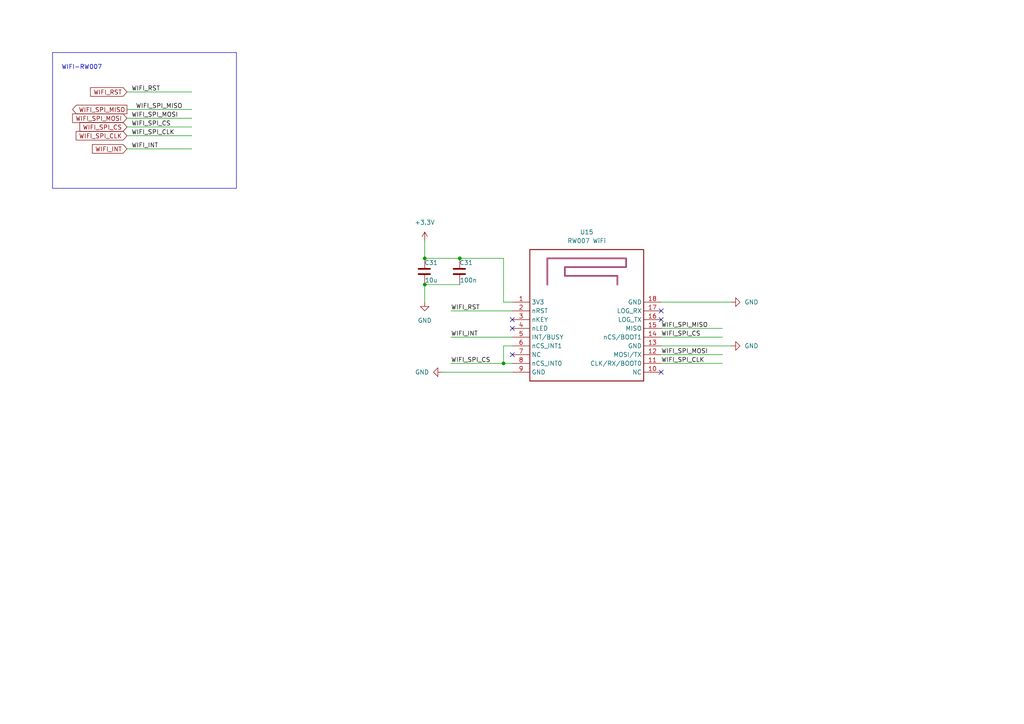
<source format=kicad_sch>
(kicad_sch (version 20230121) (generator eeschema)
  (paper "A4")
  (lib_symbols
    (symbol "RA8:10.ethernet_&_rw007-wifi_0_rw007_wifi"
      (property "Reference" "U12" (at 5.08 0 0))
      (property "Value" "RW007 WiFi" (at 5.08 -40.64 0))
      (symbol "10.ethernet_&_rw007-wifi_0_rw007_wifi_1_0"
        (polyline (pts (xy 10.16 -2.54) (xy 10.16 -10.16)) (stroke (width 0.508) (color 166 77 121 1)))
        (polyline (pts (xy 10.16 -2.54) (xy 33.02 -2.54) (xy 33.02 -5.08) (xy 15.24 -5.08) (xy 15.24 -7.62) (xy 30.48 -7.62) (xy 30.48 -10.16)) (stroke (width 0.508) (color 166 77 121 1)))
        (rectangle (start 38.1 0) (end 5.08 -38.1) (stroke (width 0.254)))
        (pin power_in line (at 0 -15.24 0) (length 5.08) (name "3V3") (number "1"))
        (pin passive line (at 43.18 -35.56 180) (length 5.08) (name "NC") (number "10"))
        (pin passive line (at 43.18 -33.02 180) (length 5.08) (name "CLK/RX/BOOT0") (number "11"))
        (pin passive line (at 43.18 -30.48 180) (length 5.08) (name "MOSI/TX") (number "12"))
        (pin passive line (at 43.18 -27.94 180) (length 5.08) (name "GND") (number "13"))
        (pin passive line (at 43.18 -25.4 180) (length 5.08) (name "nCS/BOOT1") (number "14"))
        (pin passive line (at 43.18 -22.86 180) (length 5.08) (name "MISO") (number "15"))
        (pin passive line (at 43.18 -20.32 180) (length 5.08) (name "LOG_TX") (number "16"))
        (pin passive line (at 43.18 -17.78 180) (length 5.08) (name "LOG_RX") (number "17"))
        (pin passive line (at 43.18 -15.24 180) (length 5.08) (name "GND") (number "18"))
        (pin input line (at 0 -17.78 0) (length 5.08) (name "nRST") (number "2"))
        (pin bidirectional line (at 0 -20.32 0) (length 5.08) (name "nKEY") (number "3"))
        (pin bidirectional line (at 0 -22.86 0) (length 5.08) (name "nLED") (number "4"))
        (pin passive line (at 0 -25.4 0) (length 5.08) (name "INT/BUSY") (number "5"))
        (pin passive line (at 0 -27.94 0) (length 5.08) (name "nCS_INT1") (number "6"))
        (pin passive line (at 0 -30.48 0) (length 5.08) (name "NC") (number "7"))
        (pin passive line (at 0 -33.02 0) (length 5.08) (name "nCS_INT0") (number "8"))
        (pin passive line (at 0 -35.56 0) (length 5.08) (name "GND") (number "9"))
      )
    )
    (symbol "RA8:Cap_2" (pin_numbers hide) (pin_names hide)
      (property "Reference" "C10" (at 2.54 -1.27 90))
      (property "Value" "10u" (at 1.2699 2.54 90))
      (symbol "Cap_2_0_1"
        (polyline (pts (xy -0.762 -1.778) (xy -0.762 1.524)) (stroke (width 0.5)))
        (polyline (pts (xy 0.762 -1.778) (xy 0.762 1.524)) (stroke (width 0.5)))
      )
      (symbol "Cap_2_1_1"
        (pin passive line (at -3.81 0 0) (length 2.8) (name "~") (number "1"))
        (pin passive line (at 3.81 0 180) (length 2.8) (name "~") (number "2"))
      )
    )
    (symbol "power:+3.3V" (power) (pin_names (offset 0))
      (property "Value" "+3.3V" (at 0 3.556 0))
      (symbol "+3.3V_0_1"
        (polyline (pts (xy -0.762 1.27) (xy 0 2.54)))
        (polyline (pts (xy 0 0) (xy 0 2.54)))
        (polyline (pts (xy 0 2.54) (xy 0.762 1.27)))
      )
      (symbol "+3.3V_1_1"
        (pin power_in line (at 0 0 90) (length 0) hide (name "+3.3V") (number "1"))
      )
    )
    (symbol "power:GND" (power) (pin_names (offset 0))
      (property "Value" "GND" (at 0 -3.81 0))
      (symbol "GND_0_1"
        (polyline (pts (xy 0 0) (xy 0 -1.27) (xy 1.27 -1.27) (xy 0 -2.54) (xy -1.27 -1.27) (xy 0 -1.27)))
      )
      (symbol "GND_1_1"
        (pin power_in line (at 0 0 270) (length 0) hide (name "GND") (number "1"))
      )
    )
  )
  (junction (at 123.19 82.55))
  (junction (at 146.05 105.41))
  (junction (at 123.19 74.93))
  (junction (at 133.35 74.93))
  (no_connect (at 191.77 90.17))
  (no_connect (at 148.59 95.25))
  (no_connect (at 148.59 102.87))
  (no_connect (at 148.59 92.71))
  (no_connect (at 191.77 92.71))
  (no_connect (at 191.77 107.95))
  (wire (pts (xy 191.77 95.25) (xy 209.55 95.25)))
  (wire (pts (xy 133.35 74.93) (xy 146.05 74.93)))
  (wire (pts (xy 148.59 107.95) (xy 128.27 107.95)))
  (wire (pts (xy 36.83 31.75) (xy 55.626 31.75)))
  (wire (pts (xy 146.05 105.41) (xy 130.81 105.41)))
  (wire (pts (xy 123.19 69.85) (xy 123.19 74.93)))
  (wire (pts (xy 148.59 90.17) (xy 130.81 90.17)))
  (wire (pts (xy 123.19 87.63) (xy 123.19 82.55)))
  (wire (pts (xy 148.59 97.79) (xy 130.81 97.79)))
  (wire (pts (xy 191.77 87.63) (xy 212.09 87.63)))
  (wire (pts (xy 148.59 105.41) (xy 146.05 105.41)))
  (wire (pts (xy 148.59 100.33) (xy 146.05 100.33)))
  (wire (pts (xy 133.35 82.55) (xy 123.19 82.55)))
  (wire (pts (xy 123.19 74.93) (xy 133.35 74.93)))
  (wire (pts (xy 146.05 87.63) (xy 148.59 87.63)))
  (wire (pts (xy 191.77 100.33) (xy 212.09 100.33)))
  (wire (pts (xy 191.77 105.41) (xy 209.55 105.41)))
  (wire (pts (xy 36.83 43.18) (xy 55.626 43.18)))
  (wire (pts (xy 146.05 100.33) (xy 146.05 105.41)))
  (wire (pts (xy 36.83 39.37) (xy 55.626 39.37)))
  (wire (pts (xy 191.77 97.79) (xy 209.55 97.79)))
  (wire (pts (xy 146.05 74.93) (xy 146.05 87.63)))
  (wire (pts (xy 36.83 36.83) (xy 55.626 36.83)))
  (wire (pts (xy 36.83 34.29) (xy 55.626 34.29)))
  (wire (pts (xy 36.83 26.67) (xy 55.626 26.67)))
  (wire (pts (xy 191.77 102.87) (xy 209.55 102.87)))
  (rectangle (start 15.24 15.24) (end 68.58 54.61))
  (text "WIFI-RW007\n" (at 17.78 20.32 0) (effects (font (size 1.27 1.27)) (justify left bottom)))
  (label "WIFI_SPI_MISO" (at 39.37 31.75 0))
  (label "WIFI_RST" (at 130.81 90.17 0))
  (label "WIFI_SPI_CS" (at 130.81 105.41 0))
  (label "WIFI_RST" (at 38.1 26.67 0))
  (label "WIFI_SPI_CS" (at 38.1 36.83 0))
  (label "WIFI_SPI_MISO" (at 191.77 95.25 0))
  (label "WIFI_SPI_CLK" (at 38.1 39.37 0))
  (label "WIFI_INT" (at 130.81 97.79 0))
  (label "WIFI_SPI_CS" (at 191.77 97.79 0))
  (label "WIFI_SPI_MOSI" (at 191.77 102.87 0))
  (label "WIFI_SPI_MOSI" (at 38.1 34.29 0))
  (label "WIFI_SPI_CLK" (at 191.77 105.41 0))
  (label "WIFI_INT" (at 38.1 43.18 0))
  (global_label "WIFI_INT" (shape input) (at 36.83 43.18 180) (property "Intersheetrefs" "${INTERSHEET_REFS}" (effects hide)))
  (global_label "WIFI_SPI_MOSI" (shape input) (at 36.83 34.29 180) (property "Intersheetrefs" "${INTERSHEET_REFS}" (effects hide)))
  (global_label "WIFI_SPI_CS" (shape input) (at 36.83 36.83 180) (property "Intersheetrefs" "${INTERSHEET_REFS}" (effects hide)))
  (global_label "WIFI_SPI_CLK" (shape input) (at 36.83 39.37 180) (property "Intersheetrefs" "${INTERSHEET_REFS}" (effects hide)))
  (global_label "WIFI_RST" (shape input) (at 36.83 26.67 180) (property "Intersheetrefs" "${INTERSHEET_REFS}" (effects hide)))
  (global_label "WIFI_SPI_MISO" (shape output) (at 36.83 31.75 180) (property "Intersheetrefs" "${INTERSHEET_REFS}" (effects hide)))
  (symbol (lib_id "RA8:Cap_2") (at 123.19 78.74 270) (unit 1)
    (property "Reference" "C31" (at 127 76.2 90) (effects (justify right)))
    (property "Value" "10u" (at 123.19 81.28 90) (effects (justify left)))
    (property "Footprint" "RA8Library:C0402" (effects hide))
    (property "Manufacturer" "SAMSUNG(三星)" (effects hide))
    (property "Comment" "10u" (effects hide))
    (instances (project "RA8_main" (path "" (reference "C31") (unit 1)) (path "" (reference "C77") (unit 1)) (path "" (reference "C79") (unit 1))))
  )
  (symbol (lib_id "RA8:Cap_2") (at 133.35 78.74 270) (unit 1)
    (property "Reference" "C31" (at 137.16 76.2 90) (effects (justify right)))
    (property "Value" "100n" (at 133.35 81.28 90) (effects (justify left)))
    (property "Footprint" "RA8Library:C0402" (effects hide))
    (property "Manufacturer" "SAMSUNG(三星)" (effects hide))
    (property "Comment" "10u" (effects hide))
    (instances (project "RA8_main" (path "" (reference "C31") (unit 1)) (path "" (reference "C77") (unit 1)) (path "" (reference "C80") (unit 1))))
  )
  (symbol (lib_id "power:+3.3V") (at 123.19 69.85 0) (unit 1)
    (property "Reference" "#PWR0142" (effects hide))
    (property "Value" "+3.3V" (at 123.19 64.516 0))
    (instances (project "RA8_main" (path "" (reference "#PWR0142") (unit 1)) (path "" (reference "#PWR0155") (unit 1))))
  )
  (symbol (lib_id "power:GND") (at 128.27 107.95 270) (unit 1)
    (property "Reference" "#PWR0143" (effects hide))
    (property "Value" "GND" (at 124.46 107.95 90) (effects (justify right)))
    (instances (project "RA8_main" (path "" (reference "#PWR0143") (unit 1)) (path "" (reference "#PWR0160") (unit 1))))
  )
  (symbol (lib_id "power:GND") (at 123.19 87.63 0) (unit 1)
    (property "Reference" "#PWR0143" (effects hide))
    (property "Value" "GND" (at 123.19 92.964 0))
    (instances (project "RA8_main" (path "" (reference "#PWR0143") (unit 1)) (path "" (reference "#PWR0159") (unit 1))))
  )
  (symbol (lib_id "RA8:10.ethernet_&_rw007-wifi_0_rw007_wifi") (at 148.59 72.39 0) (unit 1)
    (property "Reference" "U15" (at 170.18 67.31 0))
    (property "Value" "RW007 WiFi" (at 170.18 69.85 0))
    (property "Footprint" "RA8Library:WF-R710-RTA1" (effects hide))
  )
  (symbol (lib_id "power:GND") (at 212.09 100.33 90) (unit 1)
    (property "Reference" "#PWR0143" (effects hide))
    (property "Value" "GND" (at 215.9 100.33 90) (effects (justify right)))
    (instances (project "RA8_main" (path "" (reference "#PWR0143") (unit 1)) (path "" (reference "#PWR0162") (unit 1))))
  )
  (symbol (lib_id "power:GND") (at 212.09 87.63 90) (unit 1)
    (property "Reference" "#PWR0143" (effects hide))
    (property "Value" "GND" (at 215.9 87.63 90) (effects (justify right)))
    (instances (project "RA8_main" (path "" (reference "#PWR0143") (unit 1)) (path "" (reference "#PWR0161") (unit 1))))
  )
)
</source>
